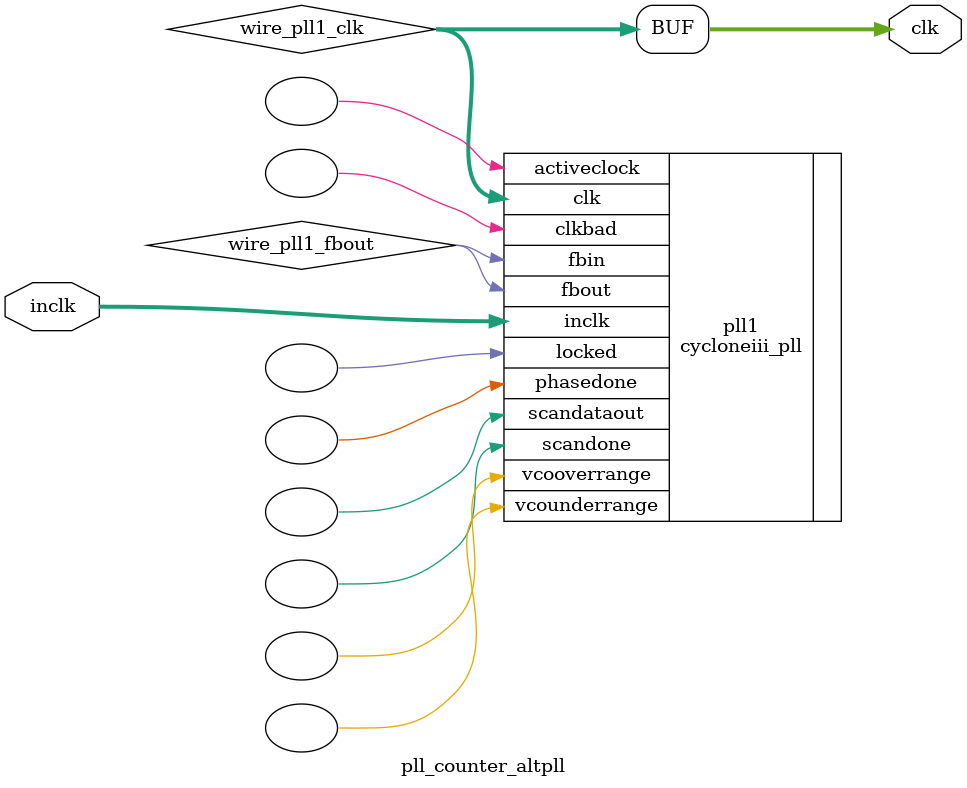
<source format=v>






//synthesis_resources = cycloneiii_pll 1 
//synopsys translate_off
`timescale 1 ps / 1 ps
//synopsys translate_on
module  pll_counter_altpll
	( 
	clk,
	inclk) /* synthesis synthesis_clearbox=1 */;
	output   [4:0]  clk;
	input   [1:0]  inclk;
`ifndef ALTERA_RESERVED_QIS
// synopsys translate_off
`endif
	tri0   [1:0]  inclk;
`ifndef ALTERA_RESERVED_QIS
// synopsys translate_on
`endif

	wire  [4:0]   wire_pll1_clk;
	wire  wire_pll1_fbout;

	cycloneiii_pll   pll1
	( 
	.activeclock(),
	.clk(wire_pll1_clk),
	.clkbad(),
	.fbin(wire_pll1_fbout),
	.fbout(wire_pll1_fbout),
	.inclk(inclk),
	.locked(),
	.phasedone(),
	.scandataout(),
	.scandone(),
	.vcooverrange(),
	.vcounderrange()
	`ifndef FORMAL_VERIFICATION
	// synopsys translate_off
	`endif
	,
	.areset(1'b0),
	.clkswitch(1'b0),
	.configupdate(1'b0),
	.pfdena(1'b1),
	.phasecounterselect({3{1'b0}}),
	.phasestep(1'b0),
	.phaseupdown(1'b0),
	.scanclk(1'b0),
	.scanclkena(1'b1),
	.scandata(1'b0)
	`ifndef FORMAL_VERIFICATION
	// synopsys translate_on
	`endif
	);
	defparam
		pll1.bandwidth_type = "auto",
		pll1.clk0_divide_by = 1000,
		pll1.clk0_duty_cycle = 50,
		pll1.clk0_multiply_by = 1,
		pll1.clk0_phase_shift = "0",
		pll1.compensate_clock = "clk0",
		pll1.inclk0_input_frequency = 20000,
		pll1.operation_mode = "normal",
		pll1.pll_type = "auto",
		pll1.lpm_type = "cycloneiii_pll";
	assign
		clk = {wire_pll1_clk[4:0]};
endmodule //pll_counter_altpll
//VALID FILE

</source>
